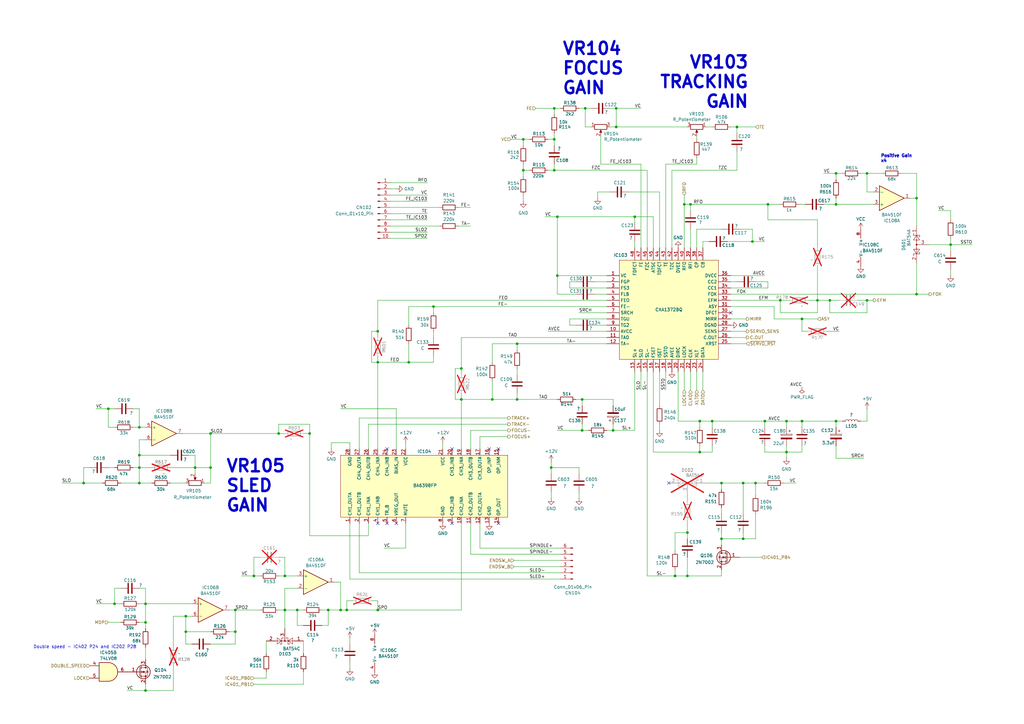
<source format=kicad_sch>
(kicad_sch (version 20231120) (generator "eeschema") (generator_version "8.0")
  (paper "A3")
  (title_block (title "PC-FX CD Board Schematics") (date "2024-07-21") (rev "0.1") (company "Author: Regis Galland") (comment 1 "Reversed engineered schematics of the PC-FX CD PCB"))
  (junction (at 227.33 57.15))
  (junction (at 342.9 83.82))
  (junction (at 355.6 123.19))
  (junction (at 281.94 236.22))
  (junction (at 76.2 252.73))
  (junction (at 320.04 123.19))
  (junction (at 313.69 172.72))
  (junction (at 76.2 259.08))
  (junction (at 335.28 123.19))
  (junction (at 375.92 120.65))
  (junction (at 59.69 247.65))
  (junction (at 80.01 191.77))
  (junction (at 322.58 185.42))
  (junction (at 134.62 250.19))
  (junction (at 139.7 250.19))
  (junction (at 252.73 52.07))
  (junction (at 260.35 88.9))
  (junction (at 295.91 220.98))
  (junction (at 116.84 236.22))
  (junction (at 227.33 44.45))
  (junction (at 228.6 113.03))
  (junction (at 154.94 135.89))
  (junction (at 287.02 172.72))
  (junction (at 295.91 198.12))
  (junction (at 116.84 250.19))
  (junction (at 44.45 167.64))
  (junction (at 340.36 123.19))
  (junction (at 142.24 250.19))
  (junction (at 96.52 259.08))
  (junction (at 46.99 247.65))
  (junction (at 57.15 175.26))
  (junction (at 228.6 88.9))
  (junction (at 238.76 176.53))
  (junction (at 59.69 255.27))
  (junction (at 309.88 198.12))
  (junction (at 281.94 218.44))
  (junction (at 167.64 148.59))
  (junction (at 280.67 83.82))
  (junction (at 328.93 172.72))
  (junction (at 287.02 185.42))
  (junction (at 328.93 130.81))
  (junction (at 308.61 99.06))
  (junction (at 251.46 176.53))
  (junction (at 86.36 191.77))
  (junction (at 252.73 44.45))
  (junction (at 177.8 125.73))
  (junction (at 96.52 250.19))
  (junction (at 375.92 81.28))
  (junction (at 342.9 172.72))
  (junction (at 214.63 57.15))
  (junction (at 322.58 172.72))
  (junction (at 355.6 71.12))
  (junction (at 226.06 191.77))
  (junction (at 57.15 198.12))
  (junction (at 227.33 69.85))
  (junction (at 154.94 148.59))
  (junction (at 57.15 186.69))
  (junction (at 114.3 177.8))
  (junction (at 214.63 69.85))
  (junction (at 276.86 236.22))
  (junction (at 292.1 172.72))
  (junction (at 283.21 83.82))
  (junction (at 34.29 198.12))
  (junction (at 201.93 163.83))
  (junction (at 59.69 283.21))
  (junction (at 189.23 151.13))
  (junction (at 304.8 198.12))
  (junction (at 304.8 220.98))
  (junction (at 212.09 163.83))
  (junction (at 104.14 236.22))
  (junction (at 389.89 100.33))
  (junction (at 342.9 71.12))
  (junction (at 302.26 52.07))
  (junction (at 121.92 250.19))
  (junction (at 86.36 177.8))
  (junction (at 238.76 163.83))
  (junction (at 240.03 44.45))
  (junction (at 189.23 163.83))
  (junction (at 212.09 140.97))
  (junction (at 127 177.8))
  (junction (at 314.96 83.82))
  (junction (at 57.15 191.77))
  (junction (at 154.94 250.19))
  (no_connect (at 185.42 214.63))
  (no_connect (at 200.66 184.15))
  (no_connect (at 158.75 214.63))
  (no_connect (at 158.75 184.15))
  (no_connect (at 274.32 198.12))
  (no_connect (at 162.56 214.63))
  (no_connect (at 204.47 214.63))
  (no_connect (at 299.72 128.27))
  (no_connect (at 154.94 214.63))
  (no_connect (at 185.42 184.15))
  (no_connect (at 204.47 184.15))
  (wire (pts (xy 143.51 271.78) (xy 143.51 274.32)))
  (wire (pts (xy 127 219.71) (xy 151.13 219.71)))
  (wire (pts (xy 143.51 237.49) (xy 229.87 237.49)))
  (wire (pts (xy 330.2 83.82) (xy 327.66 83.82)))
  (wire (pts (xy 227.33 57.15) (xy 227.33 54.61)))
  (wire (pts (xy 280.67 160.02) (xy 280.67 152.4)))
  (wire (pts (xy 175.26 80.01) (xy 160.02 80.01)))
  (wire (pts (xy 214.63 67.31) (xy 214.63 69.85)))
  (wire (pts (xy 283.21 83.82) (xy 314.96 83.82)))
  (wire (pts (xy 322.58 185.42) (xy 322.58 182.88)))
  (wire (pts (xy 313.69 198.12) (xy 309.88 198.12)))
  (wire (pts (xy 314.96 90.17) (xy 314.96 83.82)))
  (wire (pts (xy 127 219.71) (xy 127 177.8)))
  (wire (pts (xy 212.09 140.97) (xy 201.93 140.97)))
  (wire (pts (xy 331.47 135.89) (xy 328.93 135.89)))
  (wire (pts (xy 270.51 78.74) (xy 270.51 101.6)))
  (wire (pts (xy 251.46 176.53) (xy 260.35 176.53)))
  (wire (pts (xy 154.94 246.38) (xy 154.94 250.19)))
  (wire (pts (xy 328.93 130.81) (xy 328.93 135.89)))
  (wire (pts (xy 303.53 93.98) (xy 308.61 93.98)))
  (wire (pts (xy 160.02 74.93) (xy 175.26 74.93)))
  (wire (pts (xy 295.91 220.98) (xy 304.8 220.98)))
  (wire (pts (xy 34.29 198.12) (xy 41.91 198.12)))
  (wire (pts (xy 214.63 69.85) (xy 214.63 72.39)))
  (wire (pts (xy 302.26 69.85) (xy 302.26 62.23)))
  (wire (pts (xy 309.88 198.12) (xy 309.88 203.2)))
  (wire (pts (xy 78.74 247.65) (xy 59.69 247.65)))
  (wire (pts (xy 355.6 128.27) (xy 340.36 128.27)))
  (wire (pts (xy 265.43 236.22) (xy 276.86 236.22)))
  (wire (pts (xy 314.96 90.17) (xy 335.28 90.17)))
  (wire (pts (xy 162.56 167.64) (xy 162.56 184.15)))
  (wire (pts (xy 353.06 71.12) (xy 355.6 71.12)))
  (wire (pts (xy 355.6 128.27) (xy 355.6 123.19)))
  (wire (pts (xy 57.15 175.26) (xy 54.61 175.26)))
  (wire (pts (xy 289.56 198.12) (xy 295.91 198.12)))
  (wire (pts (xy 320.04 123.19) (xy 323.85 123.19)))
  (wire (pts (xy 57.15 198.12) (xy 62.23 198.12)))
  (wire (pts (xy 306.07 138.43) (xy 299.72 138.43)))
  (wire (pts (xy 116.84 236.22) (xy 121.92 236.22)))
  (wire (pts (xy 228.6 176.53) (xy 238.76 176.53)))
  (wire (pts (xy 160.02 95.25) (xy 175.26 95.25)))
  (wire (pts (xy 109.22 267.97) (xy 109.22 262.89)))
  (wire (pts (xy 135.89 181.61) (xy 135.89 184.15)))
  (wire (pts (xy 273.05 160.02) (xy 273.05 152.4)))
  (wire (pts (xy 328.93 172.72) (xy 328.93 175.26)))
  (wire (pts (xy 57.15 180.34) (xy 59.69 180.34)))
  (wire (pts (xy 189.23 151.13) (xy 189.23 153.67)))
  (wire (pts (xy 309.88 220.98) (xy 304.8 220.98)))
  (wire (pts (xy 193.04 176.53) (xy 193.04 184.15)))
  (wire (pts (xy 340.36 128.27) (xy 340.36 123.19)))
  (wire (pts (xy 160.02 85.09) (xy 180.34 85.09)))
  (wire (pts (xy 52.07 283.21) (xy 59.69 283.21)))
  (wire (pts (xy 147.32 171.45) (xy 208.28 171.45)))
  (wire (pts (xy 342.9 83.82) (xy 358.14 83.82)))
  (wire (pts (xy 46.99 247.65) (xy 46.99 241.3)))
  (wire (pts (xy 299.72 120.65) (xy 375.92 120.65)))
  (wire (pts (xy 189.23 163.83) (xy 186.69 163.83)))
  (wire (pts (xy 46.99 241.3) (xy 49.53 241.3)))
  (wire (pts (xy 224.79 135.89) (xy 248.92 135.89)))
  (wire (pts (xy 154.94 123.19) (xy 248.92 123.19)))
  (wire (pts (xy 124.46 280.67) (xy 104.14 280.67)))
  (wire (pts (xy 196.85 214.63) (xy 196.85 224.79)))
  (wire (pts (xy 57.15 167.64) (xy 57.15 175.26)))
  (wire (pts (xy 250.19 44.45) (xy 252.73 44.45)))
  (wire (pts (xy 278.13 172.72) (xy 287.02 172.72)))
  (wire (pts (xy 106.68 236.22) (xy 104.14 236.22)))
  (wire (pts (xy 326.39 198.12) (xy 321.31 198.12)))
  (wire (pts (xy 104.14 228.6) (xy 104.14 236.22)))
  (wire (pts (xy 281.94 213.36) (xy 281.94 218.44)))
  (wire (pts (xy 96.52 264.16) (xy 96.52 259.08)))
  (wire (pts (xy 160.02 87.63) (xy 175.26 87.63)))
  (wire (pts (xy 59.69 283.21) (xy 59.69 280.67)))
  (wire (pts (xy 212.09 140.97) (xy 212.09 143.51)))
  (wire (pts (xy 59.69 255.27) (xy 57.15 255.27)))
  (wire (pts (xy 166.37 214.63) (xy 166.37 224.79)))
  (wire (pts (xy 251.46 163.83) (xy 251.46 166.37)))
  (wire (pts (xy 99.06 236.22) (xy 104.14 236.22)))
  (wire (pts (xy 252.73 52.07) (xy 281.94 52.07)))
  (wire (pts (xy 214.63 57.15) (xy 214.63 59.69)))
  (wire (pts (xy 375.92 81.28) (xy 375.92 92.71)))
  (wire (pts (xy 227.33 46.99) (xy 227.33 44.45)))
  (wire (pts (xy 317.5 125.73) (xy 299.72 125.73)))
  (wire (pts (xy 381 100.33) (xy 389.89 100.33)))
  (wire (pts (xy 147.32 214.63) (xy 147.32 234.95)))
  (wire (pts (xy 59.69 265.43) (xy 59.69 270.51)))
  (wire (pts (xy 228.6 113.03) (xy 228.6 120.65)))
  (wire (pts (xy 59.69 247.65) (xy 57.15 247.65)))
  (wire (pts (xy 245.11 81.28) (xy 245.11 78.74)))
  (wire (pts (xy 342.9 182.88) (xy 342.9 187.96)))
  (wire (pts (xy 287.02 172.72) (xy 287.02 175.26)))
  (wire (pts (xy 139.7 250.19) (xy 139.7 238.76)))
  (wire (pts (xy 143.51 214.63) (xy 143.51 237.49)))
  (wire (pts (xy 237.49 201.93) (xy 237.49 204.47)))
  (wire (pts (xy 265.43 69.85) (xy 265.43 101.6)))
  (wire (pts (xy 248.92 130.81) (xy 233.68 130.81)))
  (wire (pts (xy 217.17 57.15) (xy 214.63 57.15)))
  (wire (pts (xy 246.38 55.88) (xy 246.38 67.31)))
  (wire (pts (xy 288.29 160.02) (xy 288.29 152.4)))
  (wire (pts (xy 292.1 172.72) (xy 313.69 172.72)))
  (wire (pts (xy 121.92 250.19) (xy 124.46 250.19)))
  (wire (pts (xy 124.46 256.54) (xy 121.92 256.54)))
  (wire (pts (xy 186.69 151.13) (xy 186.69 163.83)))
  (wire (pts (xy 240.03 44.45) (xy 240.03 52.07)))
  (wire (pts (xy 116.84 236.22) (xy 114.3 236.22)))
  (wire (pts (xy 160.02 92.71) (xy 180.34 92.71)))
  (wire (pts (xy 57.15 241.3) (xy 59.69 241.3)))
  (wire (pts (xy 151.13 173.99) (xy 208.28 173.99)))
  (wire (pts (xy 152.4 135.89) (xy 152.4 148.59)))
  (wire (pts (xy 143.51 261.62) (xy 143.51 264.16)))
  (wire (pts (xy 114.3 177.8) (xy 116.84 177.8)))
  (wire (pts (xy 116.84 228.6) (xy 116.84 236.22)))
  (wire (pts (xy 193.04 214.63) (xy 193.04 227.33)))
  (wire (pts (xy 154.94 148.59) (xy 152.4 148.59)))
  (wire (pts (xy 233.68 118.11) (xy 233.68 115.57)))
  (wire (pts (xy 212.09 161.29) (xy 212.09 163.83)))
  (wire (pts (xy 237.49 191.77) (xy 237.49 194.31)))
  (wire (pts (xy 304.8 210.82) (xy 304.8 198.12)))
  (wire (pts (xy 114.3 173.99) (xy 127 173.99)))
  (wire (pts (xy 281.94 218.44) (xy 276.86 218.44)))
  (wire (pts (xy 287.02 185.42) (xy 292.1 185.42)))
  (wire (pts (xy 228.6 120.65) (xy 236.22 120.65)))
  (wire (pts (xy 320.04 128.27) (xy 335.28 128.27)))
  (wire (pts (xy 124.46 267.97) (xy 124.46 262.89)))
  (wire (pts (xy 245.11 78.74) (xy 250.19 78.74)))
  (wire (pts (xy 295.91 220.98) (xy 295.91 223.52)))
  (wire (pts (xy 76.2 252.73) (xy 71.12 252.73)))
  (wire (pts (xy 83.82 198.12) (xy 86.36 198.12)))
  (wire (pts (xy 59.69 283.21) (xy 71.12 283.21)))
  (wire (pts (xy 193.04 176.53) (xy 208.28 176.53)))
  (wire (pts (xy 80.01 191.77) (xy 80.01 186.69)))
  (wire (pts (xy 299.72 52.07) (xy 302.26 52.07)))
  (wire (pts (xy 278.13 152.4) (xy 278.13 172.72)))
  (wire (pts (xy 44.45 255.27) (xy 49.53 255.27)))
  (wire (pts (xy 46.99 167.64) (xy 44.45 167.64)))
  (wire (pts (xy 69.85 191.77) (xy 80.01 191.77)))
  (wire (pts (xy 270.51 173.99) (xy 270.51 176.53)))
  (wire (pts (xy 57.15 175.26) (xy 59.69 175.26)))
  (wire (pts (xy 306.07 140.97) (xy 299.72 140.97)))
  (wire (pts (xy 134.62 256.54) (xy 134.62 250.19)))
  (wire (pts (xy 114.3 228.6) (xy 116.84 228.6)))
  (wire (pts (xy 275.59 69.85) (xy 302.26 69.85)))
  (wire (pts (xy 262.89 67.31) (xy 262.89 101.6)))
  (wire (pts (xy 154.94 138.43) (xy 154.94 135.89)))
  (wire (pts (xy 248.92 176.53) (xy 251.46 176.53)))
  (wire (pts (xy 210.82 232.41) (xy 229.87 232.41)))
  (wire (pts (xy 44.45 191.77) (xy 46.99 191.77)))
  (wire (pts (xy 283.21 160.02) (xy 283.21 152.4)))
  (wire (pts (xy 322.58 172.72) (xy 328.93 172.72)))
  (wire (pts (xy 304.8 198.12) (xy 295.91 198.12)))
  (wire (pts (xy 226.06 189.23) (xy 226.06 191.77)))
  (wire (pts (xy 160.02 97.79) (xy 175.26 97.79)))
  (wire (pts (xy 306.07 130.81) (xy 299.72 130.81)))
  (wire (pts (xy 134.62 250.19) (xy 132.08 250.19)))
  (wire (pts (xy 121.92 241.3) (xy 116.84 241.3)))
  (wire (pts (xy 298.45 99.06) (xy 308.61 99.06)))
  (wire (pts (xy 76.2 259.08) (xy 86.36 259.08)))
  (wire (pts (xy 243.84 115.57) (xy 248.92 115.57)))
  (wire (pts (xy 313.69 172.72) (xy 313.69 175.26)))
  (wire (pts (xy 358.14 78.74) (xy 355.6 78.74)))
  (wire (pts (xy 76.2 252.73) (xy 76.2 259.08)))
  (wire (pts (xy 375.92 120.65) (xy 381 120.65)))
  (wire (pts (xy 295.91 198.12) (xy 295.91 200.66)))
  (wire (pts (xy 302.26 115.57) (xy 299.72 115.57)))
  (wire (pts (xy 78.74 264.16) (xy 76.2 264.16)))
  (wire (pts (xy 331.47 123.19) (xy 335.28 123.19)))
  (wire (pts (xy 143.51 184.15) (xy 143.51 181.61)))
  (wire (pts (xy 389.89 110.49) (xy 389.89 113.03)))
  (wire (pts (xy 154.94 250.19) (xy 189.23 250.19)))
  (wire (pts (xy 54.61 167.64) (xy 57.15 167.64)))
  (wire (pts (xy 389.89 100.33) (xy 398.78 100.33)))
  (wire (pts (xy 193.04 227.33) (xy 229.87 227.33)))
  (wire (pts (xy 353.06 172.72) (xy 355.6 172.72)))
  (wire (pts (xy 285.75 160.02) (xy 285.75 152.4)))
  (wire (pts (xy 96.52 259.08) (xy 96.52 250.19)))
  (wire (pts (xy 342.9 83.82) (xy 342.9 81.28)))
  (wire (pts (xy 267.97 185.42) (xy 287.02 185.42)))
  (wire (pts (xy 219.71 44.45) (xy 227.33 44.45)))
  (wire (pts (xy 86.36 177.8) (xy 114.3 177.8)))
  (wire (pts (xy 281.94 203.2) (xy 281.94 205.74)))
  (wire (pts (xy 281.94 220.98) (xy 281.94 218.44)))
  (wire (pts (xy 227.33 69.85) (xy 265.43 69.85)))
  (wire (pts (xy 124.46 280.67) (xy 124.46 275.59)))
  (wire (pts (xy 142.24 250.19) (xy 154.94 250.19)))
  (wire (pts (xy 240.03 44.45) (xy 242.57 44.45)))
  (wire (pts (xy 276.86 218.44) (xy 276.86 226.06)))
  (wire (pts (xy 86.36 177.8) (xy 86.36 191.77)))
  (wire (pts (xy 132.08 256.54) (xy 134.62 256.54)))
  (wire (pts (xy 147.32 234.95) (xy 229.87 234.95)))
  (wire (pts (xy 313.69 185.42) (xy 322.58 185.42)))
  (wire (pts (xy 285.75 93.98) (xy 285.75 101.6)))
  (wire (pts (xy 25.4 198.12) (xy 34.29 198.12)))
  (wire (pts (xy 248.92 118.11) (xy 233.68 118.11)))
  (wire (pts (xy 267.97 101.6) (xy 267.97 88.9)))
  (wire (pts (xy 228.6 88.9) (xy 228.6 113.03)))
  (wire (pts (xy 238.76 166.37) (xy 238.76 163.83)))
  (wire (pts (xy 313.69 113.03) (xy 299.72 113.03)))
  (wire (pts (xy 167.64 125.73) (xy 167.64 133.35)))
  (wire (pts (xy 57.15 186.69) (xy 69.85 186.69)))
  (wire (pts (xy 147.32 171.45) (xy 147.32 184.15)))
  (wire (pts (xy 93.98 250.19) (xy 96.52 250.19)))
  (wire (pts (xy 134.62 250.19) (xy 139.7 250.19)))
  (wire (pts (xy 78.74 252.73) (xy 76.2 252.73)))
  (wire (pts (xy 309.88 210.82) (xy 309.88 220.98)))
  (wire (pts (xy 167.64 140.97) (xy 167.64 148.59)))
  (wire (pts (xy 337.82 71.12) (xy 342.9 71.12)))
  (wire (pts (xy 189.23 138.43) (xy 189.23 151.13)))
  (wire (pts (xy 59.69 247.65) (xy 59.69 255.27)))
  (wire (pts (xy 320.04 123.19) (xy 320.04 128.27)))
  (wire (pts (xy 335.28 123.19) (xy 335.28 128.27)))
  (wire (pts (xy 252.73 44.45) (xy 262.89 44.45)))
  (wire (pts (xy 287.02 185.42) (xy 287.02 182.88)))
  (wire (pts (xy 167.64 148.59) (xy 177.8 148.59)))
  (wire (pts (xy 313.69 99.06) (xy 308.61 99.06)))
  (wire (pts (xy 96.52 250.19) (xy 106.68 250.19)))
  (wire (pts (xy 181.61 181.61) (xy 181.61 184.15)))
  (wire (pts (xy 308.61 99.06) (xy 308.61 93.98)))
  (wire (pts (xy 233.68 130.81) (xy 233.68 133.35)))
  (wire (pts (xy 345.44 172.72) (xy 342.9 172.72)))
  (wire (pts (xy 86.36 264.16) (xy 96.52 264.16)))
  (wire (pts (xy 196.85 179.07) (xy 208.28 179.07)))
  (wire (pts (xy 154.94 146.05) (xy 154.94 148.59)))
  (wire (pts (xy 328.93 182.88) (xy 328.93 185.42)))
  (wire (pts (xy 236.22 163.83) (xy 238.76 163.83)))
  (wire (pts (xy 124.46 177.8) (xy 127 177.8)))
  (wire (pts (xy 262.89 160.02) (xy 262.89 152.4)))
  (wire (pts (xy 342.9 175.26) (xy 342.9 172.72)))
  (wire (pts (xy 273.05 67.31) (xy 273.05 101.6)))
  (wire (pts (xy 177.8 125.73) (xy 167.64 125.73)))
  (wire (pts (xy 288.29 99.06) (xy 288.29 101.6)))
  (wire (pts (xy 290.83 99.06) (xy 288.29 99.06)))
  (wire (pts (xy 237.49 44.45) (xy 240.03 44.45)))
  (wire (pts (xy 304.8 198.12) (xy 309.88 198.12)))
  (wire (pts (xy 227.33 57.15) (xy 227.33 59.69)))
  (wire (pts (xy 344.17 123.19) (xy 340.36 123.19)))
  (wire (pts (xy 109.22 278.13) (xy 109.22 275.59)))
  (wire (pts (xy 237.49 128.27) (xy 248.92 128.27)))
  (wire (pts (xy 281.94 228.6) (xy 281.94 236.22)))
  (wire (pts (xy 189.23 161.29) (xy 189.23 163.83)))
  (wire (pts (xy 76.2 264.16) (xy 76.2 259.08)))
  (wire (pts (xy 212.09 163.83) (xy 201.93 163.83)))
  (wire (pts (xy 57.15 198.12) (xy 57.15 191.77)))
  (wire (pts (xy 384.81 86.36) (xy 389.89 86.36)))
  (wire (pts (xy 313.69 182.88) (xy 313.69 185.42)))
  (wire (pts (xy 227.33 67.31) (xy 227.33 69.85)))
  (wire (pts (xy 299.72 118.11) (xy 314.96 118.11)))
  (wire (pts (xy 144.78 246.38) (xy 142.24 246.38)))
  (wire (pts (xy 39.37 247.65) (xy 46.99 247.65)))
  (wire (pts (xy 335.28 130.81) (xy 328.93 130.81)))
  (wire (pts (xy 209.55 57.15) (xy 214.63 57.15)))
  (wire (pts (xy 251.46 176.53) (xy 251.46 173.99)))
  (wire (pts (xy 276.86 233.68) (xy 276.86 236.22)))
  (wire (pts (xy 74.93 177.8) (xy 86.36 177.8)))
  (wire (pts (xy 280.67 83.82) (xy 280.67 101.6)))
  (wire (pts (xy 86.36 191.77) (xy 86.36 198.12)))
  (wire (pts (xy 189.23 151.13) (xy 186.69 151.13)))
  (wire (pts (xy 354.33 187.96) (xy 342.9 187.96)))
  (wire (pts (xy 322.58 187.96) (xy 322.58 185.42)))
  (wire (pts (xy 69.85 198.12) (xy 76.2 198.12)))
  (wire (pts (xy 295.91 233.68) (xy 295.91 236.22)))
  (wire (pts (xy 228.6 88.9) (xy 260.35 88.9)))
  (wire (pts (xy 57.15 186.69) (xy 57.15 191.77)))
  (wire (pts (xy 295.91 93.98) (xy 285.75 93.98)))
  (wire (pts (xy 114.3 250.19) (xy 116.84 250.19)))
  (wire (pts (xy 335.28 90.17) (xy 335.28 101.6)))
  (wire (pts (xy 57.15 191.77) (xy 54.61 191.77)))
  (wire (pts (xy 93.98 259.08) (xy 96.52 259.08)))
  (wire (pts (xy 314.96 118.11) (xy 314.96 115.57)))
  (wire (pts (xy 214.63 80.01) (xy 214.63 82.55)))
  (wire (pts (xy 275.59 69.85) (xy 275.59 101.6)))
  (wire (pts (xy 257.81 78.74) (xy 270.51 78.74)))
  (wire (pts (xy 226.06 191.77) (xy 237.49 191.77)))
  (wire (pts (xy 289.56 52.07) (xy 292.1 52.07)))
  (wire (pts (xy 106.68 228.6) (xy 104.14 228.6)))
  (wire (pts (xy 162.56 77.47) (xy 160.02 77.47)))
  (wire (pts (xy 328.93 185.42) (xy 322.58 185.42)))
  (wire (pts (xy 189.23 184.15) (xy 189.23 163.83)))
  (wire (pts (xy 116.84 241.3) (xy 116.84 250.19)))
  (wire (pts (xy 154.94 148.59) (xy 154.94 184.15)))
  (wire (pts (xy 224.79 57.15) (xy 227.33 57.15)))
  (wire (pts (xy 77.47 186.69) (xy 80.01 186.69)))
  (wire (pts (xy 285.75 64.77) (xy 285.75 67.31)))
  (wire (pts (xy 39.37 167.64) (xy 44.45 167.64)))
  (wire (pts (xy 304.8 218.44) (xy 304.8 220.98)))
  (wire (pts (xy 160.02 82.55) (xy 175.26 82.55)))
  (wire (pts (xy 223.52 88.9) (xy 228.6 88.9)))
  (wire (pts (xy 44.45 167.64) (xy 44.45 175.26)))
  (wire (pts (xy 238.76 176.53) (xy 238.76 173.99)))
  (wire (pts (xy 240.03 52.07) (xy 242.57 52.07)))
  (wire (pts (xy 212.09 153.67) (xy 212.09 151.13)))
  (wire (pts (xy 189.23 250.19) (xy 189.23 214.63)))
  (wire (pts (xy 260.35 152.4) (xy 260.35 176.53)))
  (wire (pts (xy 166.37 181.61) (xy 166.37 184.15)))
  (wire (pts (xy 152.4 246.38) (xy 154.94 246.38)))
  (wire (pts (xy 137.16 238.76) (xy 139.7 238.76)))
  (wire (pts (xy 177.8 138.43) (xy 177.8 135.89)))
  (wire (pts (xy 46.99 247.65) (xy 49.53 247.65)))
  (wire (pts (xy 151.13 219.71) (xy 151.13 214.63)))
  (wire (pts (xy 177.8 125.73) (xy 177.8 128.27)))
  (wire (pts (xy 187.96 85.09) (xy 193.04 85.09)))
  (wire (pts (xy 389.89 90.17) (xy 389.89 86.36)))
  (wire (pts (xy 114.3 177.8) (xy 114.3 173.99)))
  (wire (pts (xy 71.12 273.05) (xy 71.12 283.21)))
  (wire (pts (xy 276.86 236.22) (xy 281.94 236.22)))
  (wire (pts (xy 355.6 123.19) (xy 358.14 123.19)))
  (wire (pts (xy 265.43 152.4) (xy 265.43 236.22)))
  (wire (pts (xy 328.93 172.72) (xy 342.9 172.72)))
  (wire (pts (xy 233.68 115.57) (xy 236.22 115.57)))
  (wire (pts (xy 59.69 241.3) (xy 59.69 247.65)))
  (wire (pts (xy 375.92 107.95) (xy 375.92 120.65)))
  (wire (pts (xy 189.23 138.43) (xy 248.92 138.43)))
  (wire (pts (xy 260.35 101.6) (xy 260.35 99.06)))
  (wire (pts (xy 389.89 97.79) (xy 389.89 100.33)))
  (wire (pts (xy 116.84 257.81) (xy 116.84 250.19)))
  (wire (pts (xy 246.38 67.31) (xy 262.89 67.31)))
  (wire (pts (xy 177.8 125.73) (xy 248.92 125.73)))
  (wire (pts (xy 280.67 83.82) (xy 283.21 83.82)))
  (wire (pts (xy 57.15 186.69) (xy 57.15 180.34)))
  (wire (pts (xy 121.92 250.19) (xy 121.92 256.54)))
  (wire (pts (xy 196.85 184.15) (xy 196.85 179.07)))
  (wire (pts (xy 342.9 71.12) (xy 345.44 71.12)))
  (wire (pts (xy 80.01 191.77) (xy 86.36 191.77)))
  (wire (pts (xy 302.26 52.07) (xy 302.26 54.61)))
  (wire (pts (xy 80.01 191.77) (xy 80.01 194.31)))
  (wire (pts (xy 212.09 163.83) (xy 228.6 163.83)))
  (wire (pts (xy 36.83 191.77) (xy 34.29 191.77)))
  (wire (pts (xy 335.28 123.19) (xy 335.28 109.22)))
  (wire (pts (xy 280.67 80.01) (xy 280.67 83.82)))
  (wire (pts (xy 233.68 133.35) (xy 236.22 133.35)))
  (wire (pts (xy 201.93 140.97) (xy 201.93 148.59)))
  (wire (pts (xy 285.75 67.31) (xy 273.05 67.31)))
  (wire (pts (xy 59.69 255.27) (xy 59.69 257.81)))
  (wire (pts (xy 177.8 148.59) (xy 177.8 146.05)))
  (wire (pts (xy 143.51 181.61) (xy 135.89 181.61)))
  (wire (pts (xy 292.1 182.88) (xy 292.1 185.42)))
  (wire (pts (xy 351.79 123.19) (xy 355.6 123.19)))
  (wire (pts (xy 196.85 224.79) (xy 229.87 224.79)))
  (wire (pts (xy 303.53 228.6) (xy 312.42 228.6)))
  (wire (pts (xy 285.75 55.88) (xy 285.75 57.15)))
  (wire (pts (xy 299.72 123.19) (xy 320.04 123.19)))
  (wire (pts (xy 375.92 81.28) (xy 373.38 81.28)))
  (wire (pts (xy 116.84 250.19) (xy 121.92 250.19)))
  (wire (pts (xy 109.22 278.13) (xy 104.14 278.13)))
  (wire (pts (xy 187.96 92.71) (xy 193.04 92.71)))
  (wire (pts (xy 238.76 163.83) (xy 251.46 163.83)))
  (wire (pts (xy 322.58 172.72) (xy 322.58 175.26)))
  (wire (pts (xy 238.76 176.53) (xy 241.3 176.53)))
  (wire (pts (xy 355.6 172.72) (xy 355.6 167.64)))
  (wire (pts (xy 252.73 52.07) (xy 252.73 44.45)))
  (wire (pts (xy 62.23 191.77) (xy 57.15 191.77)))
  (wire (pts (xy 46.99 175.26) (xy 44.45 175.26)))
  (wire (pts (xy 154.94 123.19) (xy 154.94 135.89)))
  (wire (pts (xy 214.63 69.85) (xy 217.17 69.85)))
  (wire (pts (xy 314.96 83.82) (xy 320.04 83.82)))
  (wire (pts (xy 243.84 120.65) (xy 248.92 120.65)))
  (wire (pts (xy 201.93 156.21) (xy 201.93 163.83)))
  (wire (pts (xy 160.02 90.17) (xy 175.26 90.17)))
  (wire (pts (xy 157.48 224.79) (xy 166.37 224.79)))
  (wire (pts (xy 227.33 44.45) (xy 229.87 44.45)))
  (wire (pts (xy 260.35 88.9) (xy 260.35 91.44)))
  (wire (pts (xy 34.29 198.12) (xy 34.29 191.77)))
  (wire (pts (xy 152.4 135.89) (xy 154.94 135.89)))
  (wire (pts (xy 295.91 218.44) (xy 295.91 220.98)))
  (wire (pts (xy 243.84 133.35) (xy 248.92 133.35)))
  (wire (pts (xy 224.79 69.85) (xy 227.33 69.85)))
  (wire (pts (xy 283.21 83.82) (xy 283.21 86.36)))
  (wire (pts (xy 314.96 115.57) (xy 309.88 115.57)))
  (wire (pts (xy 328.93 130.81) (xy 317.5 130.81)))
  (wire (pts (xy 309.88 52.07) (xy 302.26 52.07)))
  (wire (pts (xy 210.82 229.87) (xy 229.87 229.87)))
  (wire (pts (xy 267.97 152.4) (xy 267.97 185.42)))
  (wire (pts (xy 139.7 250.19) (xy 142.24 250.19)))
  (wire (pts (xy 167.64 148.59) (xy 154.94 148.59)))
  (wire (pts (xy 306.07 135.89) (xy 299.72 135.89)))
  (wire (pts (xy 142.24 246.38) (xy 142.24 250.19)))
  (wire (pts (xy 389.89 100.33) (xy 389.89 102.87)))
  (wire (pts (xy 355.6 71.12) (xy 361.95 71.12)))
  (wire (pts (xy 287.02 172.72) (xy 292.1 172.72)))
  (wire (pts (xy 228.6 113.03) (xy 248.92 113.03)))
  (wire (pts (xy 151.13 173.99) (xy 151.13 184.15)))
  (wire (pts (xy 270.51 152.4) (xy 270.51 166.37)))
  (wire (pts (xy 139.7 167.64) (xy 162.56 167.64)))
  (wire (pts (xy 335.28 123.19) (xy 340.36 123.19)))
  (wire (pts (xy 337.82 83.82) (xy 342.9 83.82)))
  (wire (pts (xy 71.12 252.73) (xy 71.12 265.43)))
  (wire (pts (xy 283.21 93.98) (xy 283.21 101.6)))
  (wire (pts (xy 313.69 172.72) (xy 322.58 172.72)))
  (wire (pts (xy 226.06 201.93) (xy 226.06 204.47)))
  (wire (pts (xy 339.09 135.89) (xy 344.17 135.89)))
  (wire (pts (xy 369.57 71.12) (xy 375.92 71.12)))
  (wire (pts (xy 342.9 71.12) (xy 342.9 73.66)))
  (wire (pts (xy 317.5 130.81) (xy 317.5 125.73)))
  (wire (pts (xy 250.19 52.07) (xy 252.73 52.07)))
  (wire (pts (xy 49.53 198.12) (xy 57.15 198.12)))
  (wire (pts (xy 189.23 163.83) (xy 201.93 163.83)))
  (wire (pts (xy 355.6 78.74) (xy 355.6 71.12)))
  (wire (pts (xy 260.35 88.9) (xy 267.97 88.9)))
  (wire (pts (xy 292.1 175.26) (xy 292.1 172.72)))
  (wire (pts (xy 127 173.99) (xy 127 177.8)))
  (wire (pts (xy 375.92 71.12) (xy 375.92 81.28)))
  (wire (pts (xy 226.06 191.77) (xy 226.06 194.31)))
  (wire (pts (xy 295.91 236.22) (xy 281.94 236.22)))
  (wire (pts (xy 295.91 210.82) (xy 295.91 208.28)))
  (wire (pts (xy 212.09 140.97) (xy 248.92 140.97)))
  (text "VR103\nTRACKING\nGAIN" (at 307.34 44.704 0) (effects (font (size 5 5) (thickness 1) (bold yes)) (justify right bottom)))
  (text "Positive Gain\nx4" (at 361.188 66.802 0) (effects (font (size 1.27 1.27) (thickness 1) (bold yes)) (justify left bottom)))
  (text "Double speed - IC402 P24 and IC202 P28" (at 34.798 265.43 0) (effects (font (size 1.27 1.27))))
  (text "VR104\nFOCUS\nGAIN" (at 230.378 39.116 0) (effects (font (size 5 5) (thickness 1) (bold yes)) (justify left bottom)))
  (text "VR105\nSLED\nGAIN" (at 92.456 210.312 0) (effects (font (size 5 5) (thickness 1) (bold yes)) (justify left bottom)))
  (label "SL-" (at 269.24 236.22 0))
  (label "FE_IC103" (at 175.26 82.55 180))
  (label "VC" (at 228.6 176.53 0))
  (label "SLED-" (at 217.17 234.95 0))
  (label "SPO2" (at 175.26 97.79 180))
  (label "SSTO" (at 398.78 100.33 180))
  (label "VC" (at 157.48 224.79 0))
  (label "VC" (at 326.39 198.12 180))
  (label "VC" (at 337.82 71.12 0))
  (label "TA-" (at 236.22 140.97 180))
  (label "SSTO" (at 273.05 160.02 90))
  (label "FOK" (at 306.07 120.65 180))
  (label "RFO" (at 288.29 83.82 180))
  (label "TE" (at 175.26 87.63 180))
  (label "FEO" (at 160.02 148.59 0))
  (label "TZC" (at 294.64 69.85 0))
  (label "VC" (at 175.26 80.01 180))
  (label "SPINDLE-" (at 217.17 227.33 0))
  (label "RFO" (at 175.26 74.93 180))
  (label "FEO" (at 208.28 123.19 180))
  (label "FE_IC103" (at 259.08 67.31 180))
  (label "TAO" (at 220.98 163.83 0))
  (label "VC" (at 384.81 86.36 0))
  (label "SRCH" (at 237.49 128.27 0))
  (label "SL-" (at 265.43 160.02 90))
  (label "SPO2" (at 96.52 250.19 0))
  (label "EFM" (at 311.15 123.19 0))
  (label "FE-" (at 193.04 85.09 180))
  (label "VC" (at 39.37 247.65 0))
  (label "VC" (at 99.06 236.22 0))
  (label "TA-" (at 193.04 92.71 180))
  (label "FE-" (at 208.28 125.73 180))
  (label "AVCC" (at 313.69 113.03 180))
  (label "SPO" (at 154.94 250.19 0))
  (label "VC" (at 262.89 44.45 180))
  (label "VC" (at 52.07 283.21 0))
  (label "VC" (at 344.17 135.89 180))
  (label "SLO" (at 262.89 160.02 90))
  (label "SLED+" (at 217.17 237.49 0))
  (label "SLO2" (at 175.26 95.25 180))
  (label "VC" (at 313.69 99.06 180))
  (label "TE_IC103" (at 275.59 67.31 0))
  (label "AVCC" (at 328.93 158.75 180))
  (label "SLO" (at 25.4 198.12 0))
  (label "TAO" (at 212.09 138.43 180))
  (label "SLO2" (at 86.36 177.8 0))
  (label "SRCH" (at 354.33 187.96 180))
  (label "VC" (at 139.7 167.64 0))
  (label "VC" (at 39.37 167.64 0))
  (label "SL+" (at 259.08 176.53 180))
  (label "VC" (at 209.55 57.15 0))
  (label "TE_IC103" (at 175.26 90.17 180))
  (label "VC" (at 223.52 88.9 0))
  (label "AVCC" (at 224.79 135.89 0))
  (label "FZC" (at 242.57 69.85 0))
  (label "SPINDLE+" (at 217.17 224.79 0))
  (label "AVCC" (at 320.04 172.72 180))
  (hierarchical_label "EFM" (shape output) (at 358.14 123.19 0))
  (hierarchical_label "TRACK-" (shape output) (at 208.28 173.99 0))
  (hierarchical_label "FE" (shape input) (at 219.71 44.45 180))
  (hierarchical_label "IC401_PB0" (shape input) (at 104.14 278.13 180))
  (hierarchical_label "RFO" (shape input) (at 280.67 80.01 90))
  (hierarchical_label "MIRR" (shape output) (at 306.07 130.81 0))
  (hierarchical_label "ENDSW_A" (shape input) (at 210.82 229.87 180))
  (hierarchical_label "MDP" (shape input) (at 44.45 255.27 180))
  (hierarchical_label "DATO" (shape input) (at 288.29 160.02 270))
  (hierarchical_label "~{SERVO_RST}" (shape input) (at 306.07 140.97 0))
  (hierarchical_label "DOUBLE_SPEED" (shape input) (at 36.83 273.05 180))
  (hierarchical_label "XLTO" (shape input) (at 285.75 160.02 270))
  (hierarchical_label "SERVO_SENS" (shape output) (at 306.07 135.89 0))
  (hierarchical_label "LOCK" (shape input) (at 280.67 160.02 270))
  (hierarchical_label "CLKO" (shape input) (at 283.21 160.02 270))
  (hierarchical_label "IC401_PB1" (shape input) (at 104.14 280.67 180))
  (hierarchical_label "C.OUT" (shape output) (at 306.07 138.43 0))
  (hierarchical_label "FOCUS-" (shape output) (at 208.28 176.53 0))
  (hierarchical_label "TE" (shape input) (at 309.88 52.07 0))
  (hierarchical_label "LOCK" (shape input) (at 36.83 278.13 180))
  (hierarchical_label "ENDSW_B" (shape input) (at 210.82 232.41 180))
  (hierarchical_label "FOCUS+" (shape output) (at 208.28 179.07 0))
  (hierarchical_label "VC" (shape input) (at 209.55 57.15 180))
  (hierarchical_label "TRACK+" (shape output) (at 208.28 171.45 0))
  (hierarchical_label "FOK" (shape output) (at 381 120.65 0))
  (hierarchical_label "ASY" (shape input) (at 335.28 130.81 0))
  (hierarchical_label "IC401_PB4" (shape input) (at 312.42 228.6 0))
  (symbol (lib_id "Device:R") (at 220.98 69.85 270) (unit 1)
    (property "Reference" "R115" (at 223.52 67.564 90) (effects (justify right)))
    (property "Value" "220k" (at 223.266 72.136 90) (effects (justify right)))
  )
  (symbol (lib_id "power:GND") (at 135.89 184.15 0) (unit 1)
    (property "Reference" "#PWR0127" (effects (hide yes)))
    (property "Value" "GND" (at 135.89 188.2831 0))
    (property "Description" "Power symbol creates a global label with name \"GND\" , ground" (effects (hide yes)))
  )
  (symbol (lib_id "Device:C") (at 143.51 267.97 0) (mirror x) (unit 1)
    (property "Reference" "C113" (at 138.43 266.446 0))
    (property "Value" "?" (at 137.922 269.24 0))
    (property "Footprint" "Capacitor_SMD:C_0603_1608Metric" (effects (hide yes)))
  )
  (symbol (lib_id "Device:C") (at 246.38 44.45 90) (unit 1)
    (property "Reference" "C122" (at 250.444 42.926 90))
    (property "Value" "?" (at 248.666 45.974 90))
  )
  (symbol (lib_id "Device:R") (at 335.28 135.89 270) (mirror x) (unit 1) (dnp yes)
    (property "Reference" "R177" (at 337.82 138.43 90) (effects (justify right)))
    (property "Value" "~" (at 336.4921 137.668 0) (effects (justify right)))
  )
  (symbol (lib_id "Device:C") (at 238.76 170.18 0) (mirror x) (unit 1)
    (property "Reference" "C136" (at 235.712 172.466 0))
    (property "Value" "?" (at 237.236 167.64 0))
    (property "Footprint" "Capacitor_SMD:C_0603_1608Metric" (effects (hide yes)))
  )
  (symbol (lib_id "Device:C") (at 73.66 186.69 90) (mirror x) (unit 1)
    (property "Reference" "C620" (at 77.47 185.166 90))
    (property "Value" "?" (at 75.946 188.468 90))
  )
  (symbol (lib_id "Device:R") (at 317.5 198.12 270) (unit 1)
    (property "Reference" "R150" (at 320.04 195.834 90) (effects (justify right)))
    (property "Value" "15k" (at 319.278 200.406 90) (effects (justify right)))
  )
  (symbol (lib_id "Device:C") (at 110.49 228.6 90) (mirror x) (unit 1) (dnp yes)
    (property "Reference" "C161" (at 110.49 224.79 90))
    (property "Value" "?" (at 114.554 230.378 90))
    (property "Footprint" "Capacitor_SMD:C_0603_1608Metric" (effects (hide yes)))
  )
  (symbol (lib_id "Diode:BAT54A") (at 281.94 198.12 0) (mirror y) (unit 1) (dnp yes)
    (property "Reference" "D102" (at 281.94 192.8327 0))
    (property "Value" "BAT54A" (at 288.29 194.945 0) (effects (justify left)))
    (property "Footprint" "Package_TO_SOT_SMD:SOT-23" (effects (hide yes)))
    (property "Datasheet" "http://www.diodes.com/_files/datasheets/ds11005.pdf" (effects (hide yes)))
  )
  (symbol (lib_id "Device:R") (at 45.72 198.12 270) (unit 1)
    (property "Reference" "R620" (at 48.26 195.834 90) (effects (justify right)))
    (property "Value" "68k" (at 47.498 200.66 90) (effects (justify right)))
  )
  (symbol (lib_id "Device:R") (at 212.09 147.32 0) (mirror x) (unit 1)
    (property "Reference" "R149" (at 210.312 146.1079 0) (effects (justify right)))
    (property "Value" "47k" (at 210.312 148.5321 0) (effects (justify right)))
  )
  (symbol (lib_id "Device:R") (at 285.75 60.96 0) (unit 1)
    (property "Reference" "R139" (at 289.56 59.182 0))
    (property "Value" "4k7" (at 289.56 61.214 0))
  )
  (symbol (lib_id "Device:C") (at 240.03 120.65 90) (mirror x) (unit 1)
    (property "Reference" "C131" (at 236.22 119.38 90))
    (property "Value" "?" (at 242.316 119.38 90))
    (property "Footprint" "Capacitor_SMD:C_0603_1608Metric" (effects (hide yes)))
  )
  (symbol (lib_id "Device:C") (at 40.64 191.77 90) (unit 1)
    (property "Reference" "C618" (at 40.64 187.96 90))
    (property "Value" "?" (at 38.354 193.294 90))
  )
  (symbol (lib_id "Device:C") (at 128.27 256.54 270) (mirror x) (unit 1)
    (property "Reference" "C114" (at 128.27 260.35 90))
    (property "Value" "?" (at 128.27 262.636 90))
    (property "Footprint" "Capacitor_SMD:C_0603_1608Metric" (effects (hide yes)))
  )
  (symbol (lib_id "Device:C") (at 177.8 142.24 0) (mirror y) (unit 1)
    (property "Reference" "C133" (at 173.355 140.335 0))
    (property "Value" "C" (at 173.355 142.875 0))
  )
  (symbol (lib_id "Device:R") (at 214.63 76.2 0) (mirror y) (unit 1)
    (property "Reference" "R154" (at 208.026 75.184 0) (effects (justify right)))
    (property "Value" "100k" (at 208.28 77.216 0) (effects (justify right)))
  )
  (symbol (lib_id "Device:C") (at 283.21 90.17 0) (unit 1)
    (property "Reference" "C119" (at 288.29 89.154 0))
    (property "Value" "?" (at 287.274 91.186 0))
    (property "Footprint" "Capacitor_SMD:C_0603_1608Metric" (effects (hide yes)))
  )
  (symbol (lib_id "power:GND") (at 322.58 187.96 0) (unit 1)
    (property "Reference" "#PWR0126" (effects (hide yes)))
    (property "Value" "GND" (at 322.58 192.4034 0))
    (property "Description" "Power symbol creates a global label with name \"GND\" , ground" (effects (hide yes)))
  )
  (symbol (lib_id "Device:R") (at 109.22 271.78 0) (unit 1)
    (property "Reference" "R111" (at 107.442 272.9921 0) (effects (justify right)))
    (property "Value" "56k" (at 107.442 270.5679 0) (effects (justify right)))
  )
  (symbol (lib_id "Device:R") (at 128.27 250.19 270) (unit 1)
    (property "Reference" "R124" (at 130.81 247.904 90) (effects (justify right)))
    (property "Value" "39k" (at 130.048 252.476 90) (effects (justify right)))
  )
  (symbol (lib_id "Device:R_Potentiometer") (at 80.01 198.12 270) (mirror x) (unit 1)
    (property "Reference" "VR105" (at 82.55 201.295 90) (effects (justify right)))
    (property "Value" "R_Potentiometer" (at 86.868 203.962 90) (effects (justify right)))
    (property "Footprint" "Potentiometer_THT:Potentiometer_Bourns_3339P_Vertical" (effects (hide yes)))
  )
  (symbol (lib_id "power:GND") (at 275.59 152.4 0) (mirror y) (unit 1)
    (property "Reference" "#PWR0114" (effects (hide yes)))
    (property "Value" "GND" (at 275.59 156.8434 0))
    (property "Description" "Power symbol creates a global label with name \"GND\" , ground" (effects (hide yes)))
  )
  (symbol (lib_id "Device:R") (at 66.04 191.77 270) (unit 1) (dnp yes)
    (property "Reference" "R617" (at 68.58 189.484 90) (effects (justify right)))
    (property "Value" "~" (at 67.818 194.31 90) (effects (justify right)))
  )
  (symbol (lib_id "Device:C_Polarized") (at 322.58 179.07 0) (mirror y) (unit 1)
    (property "Reference" "C180" (at 322.326 176.784 0) (effects (justify left)))
    (property "Value" "22uF" (at 316.992 181.864 0) (effects (justify right)))
    (property "Footprint" "Capacitor_SMD:CP_Elec_5x5.4" (effects (hide yes)))
  )
  (symbol (lib_id "Device:C") (at 240.03 115.57 90) (mirror x) (unit 1)
    (property "Reference" "C130" (at 236.22 114.3 90))
    (property "Value" "?" (at 242.316 114.3 90))
    (property "Footprint" "Capacitor_SMD:C_0603_1608Metric" (effects (hide yes)))
  )
  (symbol (lib_id "power:GND") (at 226.06 204.47 0) (unit 1)
    (property "Reference" "#PWR0131" (effects (hide yes)))
    (property "Value" "GND" (at 226.06 208.6031 0))
    (property "Description" "Power symbol creates a global label with name \"GND\" , ground" (effects (hide yes)))
  )
  (symbol (lib_id "Device:C") (at 260.35 95.25 0) (unit 1)
    (property "Reference" "C123" (at 257.302 92.456 0))
    (property "Value" "?" (at 258.826 97.536 0))
    (property "Footprint" "Capacitor_SMD:C_0603_1608Metric" (effects (hide yes)))
  )
  (symbol (lib_id "Device:R") (at 71.12 269.24 0) (mirror y) (unit 1) (dnp yes)
    (property "Reference" "R128" (at 72.898 270.4521 0) (effects (justify right)))
    (property "Value" "~" (at 72.898 268.0279 0) (effects (justify right)))
  )
  (symbol (lib_id "Device:R_Potentiometer") (at 246.38 52.07 90) (mirror x) (unit 1)
    (property "Reference" "VR104" (at 253.746 54.864 90) (effects (justify left)))
    (property "Value" "R_Potentiometer" (at 263.398 57.15 90) (effects (justify left)))
    (property "Footprint" "Potentiometer_THT:Potentiometer_Bourns_3339P_Vertical" (effects (hide yes)))
  )
  (symbol (lib_id "Device:R") (at 270.51 170.18 180) (unit 1)
    (property "Reference" "R146" (at 272.288 168.9679 0) (effects (justify right)))
    (property "Value" "240k" (at 272.288 171.3921 0) (effects (justify right)))
  )
  (symbol (lib_id "power:PWR_FLAG") (at 328.93 158.75 180) (unit 1)
    (property "Reference" "#FLG05" (effects (hide yes)))
    (property "Value" "PWR_FLAG" (at 328.93 162.8831 0))
    (property "Description" "Special symbol for telling ERC where power comes from" (effects (hide yes)))
  )
  (symbol (lib_id "Device:R") (at 50.8 191.77 270) (unit 1)
    (property "Reference" "R619" (at 53.34 189.484 90) (effects (justify right)))
    (property "Value" "47k" (at 52.578 194.31 90) (effects (justify right)))
  )
  (symbol (lib_id "Device:R") (at 309.88 207.01 0) (mirror y) (unit 1)
    (property "Reference" "R196" (at 311.658 208.2221 0) (effects (justify right)))
    (property "Value" "160k" (at 311.658 205.7979 0) (effects (justify right)))
  )
  (symbol (lib_id "Device:C_Polarized") (at 342.9 179.07 0) (mirror y) (unit 1)
    (property "Reference" "C132" (at 341.884 176.53 0) (effects (justify left)))
    (property "Value" "3.3uF" (at 337.058 181.61 0) (effects (justify right)))
    (property "Footprint" "Capacitor_SMD:CP_Elec_5x5.4" (effects (hide yes)))
  )
  (symbol (lib_id "Device:R") (at 154.94 142.24 180) (unit 1) (dnp yes)
    (property "Reference" "R601" (at 157.48 144.78 90) (effects (justify right)))
    (property "Value" "~" (at 156.718 143.4521 0) (effects (justify right)))
  )
  (symbol (lib_id "Device:R") (at 349.25 71.12 90) (mirror x) (unit 1)
    (property "Reference" "R614" (at 346.71 68.834 90) (effects (justify right)))
    (property "Value" "22k" (at 347.472 73.152 90) (effects (justify right)))
  )
  (symbol (lib_id "Device:C") (at 302.26 58.42 180) (unit 1)
    (property "Reference" "C120" (at 305.308 55.88 0))
    (property "Value" "?" (at 304.038 61.214 0))
  )
  (symbol (lib_id "Device:L") (at 349.25 172.72 270) (mirror x) (unit 1)
    (property "Reference" "L105" (at 346.71 174.752 90) (effects (justify left)))
    (property "Value" "?" (at 348.488 170.18 90) (effects (justify left)))
  )
  (symbol (lib_id "Device:C") (at 313.69 179.07 0) (mirror x) (unit 1)
    (property "Reference" "C124" (at 310.896 176.784 0))
    (property "Value" "?" (at 312.674 181.356 0))
    (property "Footprint" "Capacitor_SMD:C_0603_1608Metric" (effects (hide yes)))
  )
  (symbol (lib_id "power:GND") (at 200.66 214.63 0) (unit 1)
    (property "Reference" "#PWR0177" (effects (hide yes)))
    (property "Value" "GND" (at 200.66 218.7631 0))
    (property "Description" "Power symbol creates a global label with name \"GND\" , ground" (effects (hide yes)))
  )
  (symbol (lib_id "power:GND") (at 389.89 113.03 0) (unit 1)
    (property "Reference" "#PWR064" (effects (hide yes)))
    (property "Value" "GND" (at 389.89 117.1631 0))
    (property "Description" "Power symbol creates a global label with name \"GND\" , ground" (effects (hide yes)))
  )
  (symbol (lib_id "Device:R") (at 148.59 246.38 270) (unit 1) (dnp yes)
    (property "Reference" "R621" (at 151.13 243.84 90) (effects (justify right)))
    (property "Value" "~" (at 149.8021 244.602 0) (effects (justify right)))
  )
  (symbol (lib_id "Device:R") (at 342.9 77.47 0) (unit 1)
    (property "Reference" "R616" (at 341.122 78.6821 0) (effects (justify right)))
    (property "Value" "100k" (at 341.122 76.2579 0) (effects (justify right)))
  )
  (symbol (lib_id "Device:R") (at 66.04 198.12 270) (unit 1)
    (property "Reference" "R630" (at 68.58 195.834 90) (effects (justify right)))
    (property "Value" "30k" (at 67.818 200.66 90) (effects (justify right)))
  )
  (symbol (lib_id "power:GND") (at 270.51 176.53 0) (mirror y) (unit 1)
    (property "Reference" "#PWR0125" (effects (hide yes)))
    (property "Value" "GND" (at 270.51 180.9734 0))
    (property "Description" "Power symbol creates a global label with name \"GND\" , ground" (effects (hide yes)))
  )
  (symbol (lib_id "Connector:Conn_01x10_Pin") (at 154.94 85.09 0) (unit 1)
    (property "Reference" "CN102" (at 149.225 85.09 0))
    (property "Value" "Conn_01x10_Pin" (at 145.415 87.63 0))
  )
  (symbol (lib_id "Device:R") (at 110.49 250.19 270) (unit 1)
    (property "Reference" "R125" (at 113.03 247.904 90) (effects (justify right)))
    (property "Value" "33k" (at 112.268 252.73 90) (effects (justify right)))
  )
  (symbol (lib_id "Device:R") (at 167.64 137.16 0) (mirror x) (unit 1)
    (property "Reference" "R140" (at 165.862 135.9479 0) (effects (justify right)))
    (property "Value" "51k" (at 165.862 138.3721 0) (effects (justify right)))
  )
  (symbol (lib_id "Device:C") (at 53.34 241.3 90) (mirror x) (unit 1)
    (property "Reference" "C116" (at 53.34 237.998 90))
    (property "Value" "?" (at 57.658 240.03 90))
    (property "Footprint" "Capacitor_SMD:C_0603_1608Metric" (effects (hide yes)))
  )
  (symbol (lib_id "Device:C") (at 226.06 198.12 180) (unit 1)
    (property "Reference" "C603" (at 231.14 196.596 0))
    (property "Value" "?" (at 231.648 199.39 0))
    (property "Footprint" "Capacitor_SMD:C_0603_1608Metric" (effects (hide yes)))
  )
  (symbol (lib_id "power:+12V") (at 226.06 189.23 0) (unit 1)
    (property "Reference" "#PWR0130" (effects (hide yes)))
    (property "Value" "+12V" (at 226.06 185.0969 0))
    (property "Description" "Power symbol creates a global label with name \"+12V\"" (effects (hide yes)))
  )
  (symbol (lib_id "power:GND") (at 237.49 204.47 0) (unit 1)
    (property "Reference" "#PWR0136" (effects (hide yes)))
    (property "Value" "GND" (at 237.49 208.6031 0))
    (property "Description" "Power symbol creates a global label with name \"GND\" , ground" (effects (hide yes)))
  )
  (symbol (lib_id "PC-FX:74LV08") (at 44.45 275.59 0) (unit 2)
    (property "Reference" "IC405" (at 44.4417 267.6355 0))
    (property "Value" "74LV08" (at 44.4417 270.0598 0))
    (property "Datasheet" "http://www.ti.com/lit/gpn/sn74LS08" (effects (hide yes)))
    (property "Description" "Quad And2" (effects (hide yes)))
  )
  (symbol (lib_id "Device:R") (at 201.93 152.4 0) (mirror x) (unit 1)
    (property "Reference" "R142" (at 200.152 151.1879 0) (effects (justify right)))
    (property "Value" "100k" (at 200.152 153.6121 0) (effects (justify right)))
  )
  (symbol (lib_id "power:+5V") (at 143.51 261.62 0) (unit 1)
    (property "Reference" "#PWR0180" (effects (hide yes)))
    (property "Value" "+5V" (at 143.51 257.81 0))
    (property "Description" "Power symbol creates a global label with name \"+5V\"" (effects (hide yes)))
  )
  (symbol (lib_id "Device:C") (at 328.93 179.07 0) (mirror x) (unit 1)
    (property "Reference" "C135" (at 331.724 176.784 0))
    (property "Value" "?" (at 330.2 181.864 0))
    (property "Footprint" "Capacitor_SMD:C_0603_1608Metric" (effects (hide yes)))
  )
  (symbol (lib_id "power:+5V") (at 355.6 167.64 0) (mirror y) (unit 1)
    (property "Reference" "#PWR0115" (effects (hide yes)))
    (property "Value" "+5V" (at 355.6 163.5069 0))
    (property "Description" "Power symbol creates a global label with name \"+5V\"" (effects (hide yes)))
  )
  (symbol (lib_id "Device:R") (at 327.66 123.19 270) (mirror x) (unit 1) (dnp yes)
    (property "Reference" "R178" (at 323.342 121.92 90) (effects (justify right)))
    (property "Value" "~" (at 328.8721 124.968 0) (effects (justify right)))
  )
  (symbol (lib_id "Device:C") (at 240.03 133.35 90) (mirror x) (unit 1)
    (property "Reference" "C134" (at 243.84 132.334 90))
    (property "Value" "?" (at 242.316 134.62 90))
  )
  (symbol (lib_id "PC-FX:BA4510F") (at 365.76 81.28 0) (mirror x) (unit 1)
    (property "Reference" "IC108" (at 365.76 90.5043 0))
    (property "Value" "BA4510F" (at 365.76 88.0801 0))
    (property "Footprint" "Package_SO:SSOP-8_5.25x5.24mm_P1.27mm" (effects (hide yes)))
    (property "Datasheet" "https://datasheetspdf.com/pdf-file/233493/Rohm/BA4510/1" (effects (hide yes)))
  )
  (symbol (lib_id "Diode:BAT54C") (at 116.84 262.89 180) (unit 1)
    (property "Reference" "D103" (at 116.84 268.1773 0))
    (property "Value" "BAT54C" (at 123.19 266.065 0) (effects (justify left)))
    (property "Footprint" "Package_TO_SOT_SMD:SOT-23" (effects (hide yes)))
    (property "Datasheet" "http://www.diodes.com/_files/datasheets/ds11005.pdf" (effects (hide yes)))
    (property "Description" "dual schottky barrier diode, common cathode" (effects (hide yes)))
  )
  (symbol (lib_id "Device:R") (at 232.41 163.83 90) (unit 1)
    (property "Reference" "R144" (at 229.87 165.862 90) (effects (justify right)))
    (property "Value" "51k" (at 230.632 161.544 90) (effects (justify right)))
  )
  (symbol (lib_id "PC-FX:BA4510F") (at 86.36 250.19 0) (unit 2)
    (property "Reference" "IC106" (at 86.36 240.9657 0))
    (property "Value" "BA4510F" (at 86.36 243.3899 0))
    (property "Footprint" "Package_SO:SSOP-8_5.25x5.24mm_P1.27mm" (effects (hide yes)))
    (property "Datasheet" "https://datasheetspdf.com/pdf-file/233493/Rohm/BA4510/1" (effects (hide yes)))
  )
  (symbol (lib_id "Device:C") (at 306.07 115.57 90) (unit 1)
    (property "Reference" "C125" (at 310.134 117.094 90))
    (property "Value" "?" (at 308.356 114.3 90))
    (property "Footprint" "Capacitor_SMD:C_0603_1608Metric" (effects (hide yes)))
  )
  (symbol (lib_id "Device:R") (at 214.63 63.5 0) (unit 1)
    (property "Reference" "R116" (at 213.106 62.484 0) (effects (justify right)))
    (property "Value" "2k2" (at 212.852 64.516 0) (effects (justify right)))
  )
  (symbol (lib_id "power:GND") (at 162.56 77.47 90) (unit 1)
    (property "Reference" "#PWR010" (effects (hide yes)))
    (property "Value" "GND" (at 165.735 77.47 90) (effects (justify right)))
    (property "Description" "Power symbol creates a global label with name \"GND\" , ground" (effects (hide yes)))
  )
  (symbol (lib_id "power:GND") (at 181.61 214.63 0) (unit 1)
    (property "Reference" "#PWR0176" (effects (hide yes)))
    (property "Value" "GND" (at 181.61 218.7631 0))
    (property "Description" "Power symbol creates a global label with name \"GND\" , ground" (effects (hide yes)))
  )
  (symbol (lib_id "Device:C") (at 237.49 198.12 180) (unit 1)
    (property "Reference" "C605" (at 242.57 196.596 0))
    (property "Value" "?" (at 243.078 199.39 0))
    (property "Footprint" "Capacitor_SMD:C_0603_1608Metric" (effects (hide yes)))
  )
  (symbol (lib_id "power:GND") (at 153.67 275.59 0) (unit 1)
    (property "Reference" "#PWR0182" (effects (hide yes)))
    (property "Value" "GND" (at 153.67 279.7231 0))
    (property "Description" "Power symbol creates a global label with name \"GND\" , ground" (effects (hide yes)))
  )
  (symbol (lib_id "Device:R") (at 189.23 157.48 180) (unit 1) (dnp yes)
    (property "Reference" "R622" (at 191.77 160.02 90) (effects (justify right)))
    (property "Value" "~" (at 191.008 158.6921 0) (effects (justify right)))
  )
  (symbol (lib_id "Device:C") (at 281.94 224.79 0) (mirror x) (unit 1)
    (property "Reference" "C139" (at 285.242 222.25 0))
    (property "Value" "?" (at 280.67 227.33 0))
  )
  (symbol (lib_id "Device:C") (at 334.01 83.82 90) (mirror x) (unit 1)
    (property "Reference" "C617" (at 338.074 82.296 90))
    (property "Value" "?" (at 336.55 85.598 90))
  )
  (symbol (lib_id "Device:R") (at 245.11 176.53 90) (mirror x) (unit 1)
    (property "Reference" "R145" (at 242.57 178.816 90) (effects (justify right)))
    (property "Value" "18k" (at 243.332 174.244 90) (effects (justify right)))
  )
  (symbol (lib_id "power:VCC") (at 353.06 93.98 0) (mirror y) (unit 1)
    (property "Reference" "#PWR014" (effects (hide yes)))
    (property "Value" "VCC" (at 353.06 89.8469 0))
    (property "Description" "Power symbol creates a global label with name \"VCC\"" (effects (hide yes)))
  )
  (symbol (lib_id "Device:R") (at 287.02 179.07 0) (mirror x) (unit 1)
    (property "Reference" "R147" (at 285.75 177.546 0) (effects (justify right)))
    (property "Value" "510k" (at 285.75 179.578 0) (effects (justify right)))
  )
  (symbol (lib_id "SNES:2N7002") (at 299.72 228.6 0) (mirror y) (unit 1)
    (property "Reference" "Q106" (at 292.354 227.838 0) (effects (justify left)))
    (property "Value" "2N7002" (at 289.052 230.632 0))
    (property "Footprint" "Package_TO_SOT_SMD:SOT-23" (effects (hide yes)))
    (property "Datasheet" "https://www.diodes.com/assets/Datasheets/ds11303.pdf" (effects (hide yes)))
    (property "Description" "N-Channel 60V 115mA (Ta) 370mW (Ta) Surface Mount SOT-23-3" (effects (hide yes)))
    (property "Manufacturer" "Diodes Inc" (effects (hide yes)))
    (property "Manufacturer Part Number" "2N7002-7-F" (effects (hide yes)))
    (property "Supplier" "Digi-Key" (effects (hide yes)))
    (property "Supplier Part Number" "2N7002-FDICT-ND" (effects (hide yes)))
    (property "Unit Price" "0.16" (effects (hide yes)))
  )
  (symbol (lib_id "Device:R") (at 53.34 255.27 270) (mirror x) (unit 1)
    (property "Reference" "R129" (at 55.88 252.984 90) (effects (justify right)))
    (property "Value" "39k" (at 55.118 257.556 90) (effects (justify right)))
  )
  (symbol (lib_id "Device:R") (at 177.8 132.08 0) (mirror x) (unit 1)
    (property "Reference" "R159" (at 176.022 130.8679 0) (effects (justify right)))
    (property "Value" "30k" (at 176.022 133.2921 0) (effects (justify right)))
  )
  (symbol (lib_id "Device:C") (at 82.55 264.16 270) (mirror x) (unit 1)
    (property "Reference" "C160" (at 82.55 268.478 90))
    (property "Value" "?" (at 85.09 266.7 90))
    (property "Footprint" "Capacitor_SMD:C_0603_1608Metric" (effects (hide yes)))
  )
  (symbol (lib_id "Device:C_Polarized") (at 251.46 170.18 0) (mirror x) (unit 1)
    (property "Reference" "C137" (at 251.714 172.466 0) (effects (justify left)))
    (property "Value" "10uF" (at 256.794 167.894 0) (effects (justify right)))
    (property "Footprint" "Capacitor_SMD:CP_Elec_5x5.4" (effects (hide yes)))
  )
  (symbol (lib_id "Device:R") (at 323.85 83.82 270) (mirror x) (unit 1)
    (property "Reference" "R615" (at 326.39 81.534 90) (effects (justify right)))
    (property "Value" "1k" (at 324.866 86.106 90) (effects (justify right)))
  )
  (symbol (lib_id "Connector:Conn_01x06_Pin") (at 234.95 232.41 180) (unit 1)
    (property "Reference" "CN104" (at 234.95 243.205 0))
    (property "Value" "Conn_01x06_Pin" (at 234.95 240.7808 0))
  )
  (symbol (lib_id "PC-FX:BA4510F") (at 156.21 267.97 0) (unit 3)
    (property "Reference" "IC106" (at 159.385 266.7 0))
    (property "Value" "BA4510F" (at 159.385 269.1242 0))
    (property "Footprint" "Package_SO:SSOP-8_5.25x5.24mm_P1.27mm" (effects (hide yes)))
    (property "Datasheet" "https://datasheetspdf.com/pdf-file/233493/Rohm/BA4510/1" (effects (hide yes)))
  )
  (symbol (lib_id "Device:R") (at 50.8 175.26 90) (mirror x) (unit 1)
    (property "Reference" "R618" (at 48.26 173.228 90) (effects (justify right)))
    (property "Value" "33k" (at 49.022 177.546 90) (effects (justify right)))
  )
  (symbol (lib_id "power:GND") (at 143.51 274.32 0) (unit 1)
    (property "Reference" "#PWR0181" (effects (hide yes)))
    (property "Value" "GND" (at 143.51 278.4531 0))
    (property "Description" "Power symbol creates a global label with name \"GND\" , ground" (effects (hide yes)))
  )
  (symbol (lib_id "Device:R_Potentiometer") (at 285.75 52.07 270) (unit 1)
    (property "Reference" "VR103" (at 288.798 46.736 90) (effects (justify right)))
    (property "Value" "R_Potentiometer" (at 291.592 49.022 90) (effects (justify right)))
    (property "Footprint" "Potentiometer_THT:Potentiometer_Bourns_3339P_Vertical" (effects (hide yes)))
  )
  (symbol (lib_id "Device:C") (at 50.8 167.64 90) (unit 1)
    (property "Reference" "C619" (at 50.8 164.084 90))
    (property "Value" "?" (at 53.848 169.418 90))
  )
  (symbol (lib_id "PC-FX:BA6398FP") (at 173.99 199.39 0) (unit 1)
    (property "Reference" "IC104" (at 171.196 185.166 0) (effects (justify left)))
    (property "Value" "BA6398FP" (at 169.418 199.136 0) (effects (justify left)))
    (property "Footprint" "TerminalBlock_TE-Connectivity:TerminalBlock_TE_1-282834-2_1x12_P2.54mm_Horizontal" (effects (hide yes)))
    (property "Datasheet" "https://github.com/pcfx-devel/PC-FX_Info/blob/main/PC-FX/datasheets/DaughterBoard/BA6398FP.PDF" (effects (hide yes)))
    (property "Description" "Power driver for CD players" (effects (hide yes)))
  )
  (symbol (lib_id "Device:R") (at 53.34 247.65 90) (unit 1)
    (property "Reference" "R127" (at 50.8 245.364 90) (effects (justify right)))
    (property "Value" "120k" (at 51.054 249.936 90) (effects (justify right)))
  )
  (symbol (lib_id "Device:R") (at 90.17 259.08 270) (unit 1)
    (property "Reference" "R126" (at 92.71 256.794 90) (effects (justify right)))
    (property "Value" "22k" (at 91.948 261.366 90) (effects (justify right)))
  )
  (symbol (lib_id "Device:R") (at 335.28 105.41 0) (mirror x) (unit 1) (dnp yes)
    (property "Reference" "R175" (at 341.884 105.41 0) (effects (justify right)))
    (property "Value" "~" (at 333.502 106.6221 0) (effects (justify right)))
  )
  (symbol (lib_id "Device:R") (at 110.49 236.22 90) (unit 1)
    (property "Reference" "R153" (at 107.95 238.506 90) (effects (justify right)))
    (property "Value" "20k" (at 108.712 234.188 90) (effects (justify right)))
  )
  (symbol (lib_id "Device:C") (at 254 78.74 90) (mirror x) (unit 1)
    (property "Reference" "C121" (at 254.254 74.93 90))
    (property "Value" "?" (at 256.286 80.264 90))
    (property "Footprint" "Capacitor_SMD:C_0603_1608Metric" (effects (hide yes)))
  )
  (symbol (lib_id "Device:R") (at 295.91 204.47 0) (unit 1)
    (property "Reference" "R151" (at 294.132 205.6821 0) (effects (justify right)))
    (property "Value" "47k" (at 294.132 203.2579 0) (effects (justify right)))
  )
  (symbol (lib_id "PC-FX:CXA1372BQ") (at 274.32 127 0) (unit 1)
    (property "Reference" "IC103" (at 254.508 104.648 0))
    (property "Value" "CXA1372BQ" (at 274.32 127 0))
    (property "Datasheet" "https://github.com/pcfx-devel/PC-FX_Info/blob/main/PC-FX/datasheets/DaughterBoard/CXA1372BQ.PDF" (effects (hide yes)))
    (property "Description" "RF Signal Processing Servo Amplifier for CD Player" (effects (hide yes)))
  )
  (symbol (lib_id "power:GND") (at 278.13 101.6 0) (mirror x) (unit 1)
    (property "Reference" "#PWR015" (effects (hide yes)))
    (property "Value" "GND" (at 278.13 97.4669 0))
    (property "Description" "Power symbol creates a global label with name \"GND\" , ground" (effects (hide yes)))
  )
  (symbol (lib_id "Device:C") (at 294.64 99.06 90) (unit 1)
    (property "Reference" "C118" (at 298.704 100.584 90))
    (property "Value" "?" (at 296.926 97.79 90))
    (property "Footprint" "Capacitor_SMD:C_0603_1608Metric" (effects (hide yes)))
  )
  (symbol (lib_id "PC-FX:BA4510F") (at 67.31 177.8 0) (unit 2)
    (property "Reference" "IC108" (at 67.31 168.5757 0))
    (property "Value" "BA4510F" (at 67.31 170.9999 0))
    (property "Footprint" "Package_SO:SSOP-8_5.25x5.24mm_P1.27mm" (effects (hide yes)))
    (property "Datasheet" "https://datasheetspdf.com/pdf-file/233493/Rohm/BA4510/1" (effects (hide yes)))
  )
  (symbol (lib_id "Device:R") (at 276.86 229.87 0) (mirror x) (unit 1)
    (property "Reference" "R148" (at 274.828 228.6 0) (effects (justify right)))
    (property "Value" "120k" (at 273.812 230.886 0) (effects (justify right)))
  )
  (symbol (lib_id "Device:R") (at 220.98 57.15 90) (unit 1)
    (property "Reference" "R113" (at 218.44 54.864 90) (effects (justify right)))
    (property "Value" "10k" (at 219.202 59.436 90) (effects (justify right)))
  )
  (symbol (lib_id "PC-FX:BA4510F") (at 355.6 101.6 0) (unit 3)
    (property "Reference" "IC108" (at 353.695 100.3879 0) (effects (justify left)))
    (property "Value" "BA4510F" (at 353.695 102.8121 0) (effects (justify left)))
    (property "Footprint" "Package_SO:SSOP-8_5.25x5.24mm_P1.27mm" (effects (hide yes)))
    (property "Datasheet" "https://datasheetspdf.com/pdf-file/233493/Rohm/BA4510/1" (effects (hide yes)))
  )
  (symbol (lib_id "Device:C") (at 295.91 214.63 0) (unit 1)
    (property "Reference" "C115" (at 292.862 212.09 0))
    (property "Value" "?" (at 294.64 217.424 0))
    (property "Footprint" "Capacitor_SMD:C_0603_1608Metric" (effects (hide yes)))
  )
  (symbol (lib_id "Device:C") (at 292.1 179.07 0) (mirror x) (unit 1)
    (property "Reference" "C138" (at 295.148 176.784 0))
    (property "Value" "?" (at 293.624 181.356 0))
  )
  (symbol (lib_id "Device:C") (at 347.98 123.19 90) (unit 1) (dnp yes)
    (property "Reference" "C149" (at 352.044 124.714 90))
    (property "Value" "?" (at 350.266 121.92 90))
    (property "Footprint" "Capacitor_SMD:C_0603_1608Metric" (effects (hide yes)))
  )
  (symbol (lib_id "power:+5V") (at 153.67 260.35 0) (unit 1)
    (property "Reference" "#PWR0179" (effects (hide yes)))
    (property "Value" "+5V" (at 153.67 256.54 0))
    (property "Description" "Power symbol creates a global label with name \"+5V\"" (effects (hide yes)))
  )
  (symbol (lib_id "Device:R") (at 281.94 209.55 0) (unit 1) (dnp yes)
    (property "Reference" "R155" (at 280.162 210.7621 0) (effects (justify right)))
    (property "Value" "~" (at 280.162 208.3379 0) (effects (justify right)))
  )
  (symbol (lib_id "power:GND") (at 245.11 81.28 0) (unit 1)
    (property "Reference" "#PWR011" (effects (hide yes)))
    (property "Value" "GND" (at 245.11 85.344 0))
    (property "Description" "Power symbol creates a global label with name \"GND\" , ground" (effects (hide yes)))
  )
  (symbol (lib_id "Device:R") (at 227.33 50.8 0) (unit 1)
    (property "Reference" "R114" (at 234.188 52.07 0) (effects (justify right)))
    (property "Value" "10k" (at 232.918 50.038 0) (effects (justify right)))
  )
  (symbol (lib_id "power:GND") (at 299.72 133.35 90) (mirror x) (unit 1)
    (property "Reference" "#PWR070" (effects (hide yes)))
    (property "Value" "GND" (at 302.895 133.35 90) (effects (justify right)))
    (property "Description" "Power symbol creates a global label with name \"GND\" , ground" (effects (hide yes)))
  )
  (symbol (lib_id "SNES:2N7002") (at 55.88 275.59 0) (unit 1)
    (property "Reference" "Q104" (at 63.246 274.828 0) (effects (justify left)))
    (property "Value" "2N7002" (at 66.548 277.622 0))
    (property "Footprint" "Package_TO_SOT_SMD:SOT-23" (effects (hide yes)))
    (property "Datasheet" "https://www.diodes.com/assets/Datasheets/ds11303.pdf" (effects (hide yes)))
    (property "Description" "N-Channel 60V 115mA (Ta) 370mW (Ta) Surface Mount SOT-23-3" (effects (hide yes)))
    (property "Manufacturer" "Diodes Inc" (effects (hide yes)))
    (property "Manufacturer Part Number" "2N7002-7-F" (effects (hide yes)))
    (property "Supplier" "Digi-Key" (effects (hide yes)))
    (property "Supplier Part Number" "2N7002-FDICT-ND" (effects (hide yes)))
    (property "Unit Price" "0.16" (effects (hide yes)))
  )
  (symbol (lib_id "Device:R") (at 365.76 71.12 90) (mirror x) (unit 1)
    (property "Reference" "R613" (at 363.22 68.834 90) (effects (justify right)))
    (property "Value" "68k" (at 363.982 73.406 90) (effects (justify right)))
  )
  (symbol (lib_id "Device:R") (at 295.91 52.07 90) (mirror x) (unit 1)
    (property "Reference" "R106" (at 293.37 48.006 90) (effects (justify right)))
    (property "Value" "47k" (at 294.132 50.038 90) (effects (justify right)))
  )
  (symbol (lib_id "power:+12V") (at 181.61 181.61 0) (unit 1)
    (property "Reference" "#PWR0129" (effects (hide yes)))
    (property "Value" "+12V" (at 181.61 177.4769 0))
    (property "Description" "Power symbol creates a global label with name \"+12V\"" (effects (hide yes)))
  )
  (symbol (lib_id "power:GND") (at 353.06 109.22 0) (unit 1)
    (property "Reference" "#PWR016" (effects (hide yes)))
    (property "Value" "GND" (at 353.06 113.3531 0))
    (property "Description" "Power symbol creates a global label with name \"GND\" , ground" (effects (hide yes)))
  )
  (symbol (lib_id "power:GND") (at 214.63 82.55 0) (unit 1)
    (property "Reference" "#PWR02" (effects (hide yes)))
    (property "Value" "GND" (at 214.63 87.376 0))
    (property "Description" "Power symbol creates a global label with name \"GND\" , ground" (effects (hide yes)))
  )
  (symbol (lib_id "Diode:BAT54A") (at 375.92 100.33 90) (mirror x) (unit 1)
    (property "Reference" "D601" (at 370.6327 100.33 0))
    (property "Value" "BAT54A" (at 372.745 93.98 0) (effects (justify left)))
    (property "Footprint" "Package_TO_SOT_SMD:SOT-23" (effects (hide yes)))
    (property "Datasheet" "http://www.diodes.com/_files/datasheets/ds11005.pdf" (effects (hide yes)))
  )
  (symbol (lib_id "Device:C") (at 299.72 93.98 90) (unit 1)
    (property "Reference" "C117" (at 303.784 95.504 90))
    (property "Value" "?" (at 302.006 92.71 90))
    (property "Footprint" "Capacitor_SMD:C_0603_1608Metric" (effects (hide yes)))
  )
  (symbol (lib_id "PC-FX:BA4510F") (at 129.54 238.76 0) (unit 1)
    (property "Reference" "IC106" (at 129.54 229.5357 0))
    (property "Value" "BA4510F" (at 129.54 231.9599 0))
    (property "Footprint" "Package_SO:SSOP-8_5.25x5.24mm_P1.27mm" (effects (hide yes)))
    (property "Datasheet" "https://datasheetspdf.com/pdf-file/233493/Rohm/BA4510/1" (effects (hide yes)))
  )
  (symbol (lib_id "Device:C") (at 389.89 106.68 0) (mirror y) (unit 1)
    (property "Reference" "C614" (at 385.445 104.775 0))
    (property "Value" "C" (at 385.445 107.315 0))
  )
  (symbol (lib_id "Device:C") (at 227.33 63.5 0) (unit 1)
    (property "Reference" "C108" (at 230.632 65.786 0))
    (property "Value" "?" (at 229.362 60.96 0))
    (property "Footprint" "Capacitor_SMD:C_0603_1608Metric" (effects (hide yes)))
  )
  (symbol (lib_id "Device:R") (at 184.15 85.09 90) (unit 1)
    (property "Reference" "R141" (at 184.15 79.9297 90))
    (property "Value" "220k" (at 184.15 82.3539 90))
  )
  (symbol (lib_id "Device:R") (at 124.46 271.78 0) (unit 1)
    (property "Reference" "R110" (at 122.682 272.9921 0) (effects (justify right)))
    (property "Value" "3k" (at 122.682 270.5679 0) (effects (justify right)))
  )
  (symbol (lib_id "Device:R") (at 120.65 177.8 90) (mirror x) (unit 1) (dnp yes)
    (property "Reference" "R603" (at 118.11 175.514 90) (effects (justify right)))
    (property "Value" "~" (at 118.872 180.086 90) (effects (justify right)))
  )
  (symbol (lib_id "power:+12V") (at 166.37 181.61 0) (unit 1)
    (property "Reference" "#PWR0128" (effects (hide yes)))
    (property "Value" "+12V" (at 166.37 177.4769 0))
    (property "Description" "Power symbol creates a global label with name \"+12V\"" (effects (hide yes)))
  )
  (symbol (lib_id "Device:R") (at 59.69 261.62 0) (mirror x) (unit 1)
    (property "Reference" "R192" (at 57.912 260.4079 0) (effects (justify right)))
    (property "Value" "68k" (at 57.912 262.8321 0) (effects (justify right)))
  )
  (symbol (lib_id "Device:C") (at 212.09 157.48 0) (mirror y) (unit 1)
    (property "Reference" "C109" (at 207.645 155.575 0))
    (property "Value" "C" (at 207.645 158.115 0))
  )
  (symbol (lib_id "Device:R") (at 233.68 44.45 90) (mirror x) (unit 1)
    (property "Reference" "R138" (at 231.14 42.164 90) (effects (justify right)))
    (property "Value" "2k2" (at 231.902 46.736 90) (effects (justify right)))
  )
  (symbol (lib_id "Device:C") (at 304.8 214.63 0) (unit 1)
    (property "Reference" "C112" (at 301.752 212.09 0))
    (property "Value" "?" (at 303.276 217.424 0))
    (property "Footprint" "Capacitor_SMD:C_0603_1608Metric" (effects (hide yes)))
  )
  (symbol (lib_id "Device:R") (at 389.89 93.98 0) (mirror y) (unit 1)
    (property "Reference" "R610" (at 391.668 95.1921 0) (effects (justify right)))
    (property "Value" "100k" (at 391.668 92.7679 0) (effects (justify right)))
  )
  (symbol (lib_id "Device:R") (at 184.15 92.71 90) (unit 1)
    (property "Reference" "R143" (at 184.15 87.5497 90))
    (property "Value" "220k" (at 184.15 89.9739 90))
  )
)
</source>
